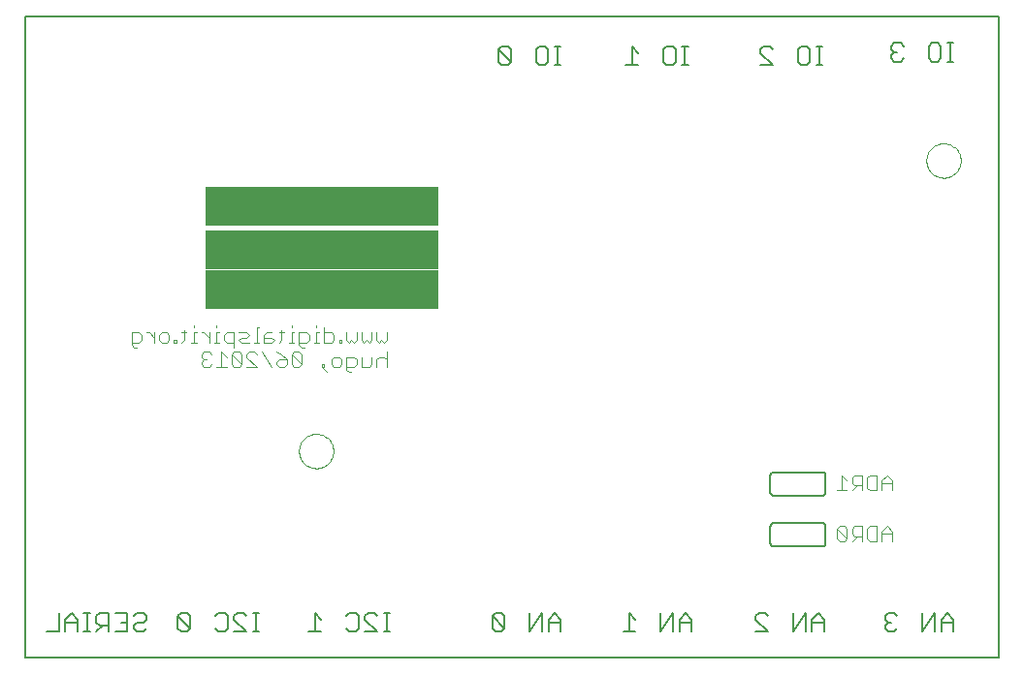
<source format=gbo>
G75*
G70*
%OFA0B0*%
%FSLAX24Y24*%
%IPPOS*%
%LPD*%
%AMOC8*
5,1,8,0,0,1.08239X$1,22.5*
%
%ADD10C,0.0060*%
%ADD11C,0.0040*%
%ADD12R,0.8000X0.1375*%
%ADD13C,0.0050*%
%ADD14C,0.0000*%
D10*
X000887Y001276D02*
X001314Y001276D01*
X001314Y001917D01*
X001532Y001703D02*
X001532Y001276D01*
X001532Y001597D02*
X001959Y001597D01*
X001959Y001703D02*
X001959Y001276D01*
X002175Y001276D02*
X002388Y001276D01*
X002282Y001276D02*
X002282Y001917D01*
X002388Y001917D02*
X002175Y001917D01*
X001959Y001703D02*
X001745Y001917D01*
X001532Y001703D01*
X002606Y001597D02*
X002713Y001490D01*
X003033Y001490D01*
X003033Y001276D02*
X003033Y001917D01*
X002713Y001917D01*
X002606Y001810D01*
X002606Y001597D01*
X002819Y001490D02*
X002606Y001276D01*
X003250Y001276D02*
X003677Y001276D01*
X003677Y001917D01*
X003250Y001917D01*
X003464Y001597D02*
X003677Y001597D01*
X003895Y001490D02*
X003895Y001383D01*
X004002Y001276D01*
X004215Y001276D01*
X004322Y001383D01*
X004215Y001597D02*
X004002Y001597D01*
X003895Y001490D01*
X003895Y001810D02*
X004002Y001917D01*
X004215Y001917D01*
X004322Y001810D01*
X004322Y001703D01*
X004215Y001597D01*
X005407Y001810D02*
X005407Y001383D01*
X005513Y001276D01*
X005727Y001276D01*
X005834Y001383D01*
X005407Y001810D01*
X005513Y001917D01*
X005727Y001917D01*
X005834Y001810D01*
X005834Y001383D01*
X006696Y001383D02*
X006802Y001276D01*
X007016Y001276D01*
X007123Y001383D01*
X007123Y001810D01*
X007016Y001917D01*
X006802Y001917D01*
X006696Y001810D01*
X007340Y001810D02*
X007447Y001917D01*
X007661Y001917D01*
X007767Y001810D01*
X007983Y001917D02*
X008197Y001917D01*
X008090Y001917D02*
X008090Y001276D01*
X008197Y001276D02*
X007983Y001276D01*
X007767Y001276D02*
X007340Y001703D01*
X007340Y001810D01*
X007340Y001276D02*
X007767Y001276D01*
X009907Y001276D02*
X010334Y001276D01*
X010120Y001276D02*
X010120Y001917D01*
X010334Y001703D01*
X011196Y001810D02*
X011302Y001917D01*
X011516Y001917D01*
X011623Y001810D01*
X011623Y001383D01*
X011516Y001276D01*
X011302Y001276D01*
X011196Y001383D01*
X011840Y001276D02*
X012267Y001276D01*
X011840Y001703D01*
X011840Y001810D01*
X011947Y001917D01*
X012161Y001917D01*
X012267Y001810D01*
X012483Y001917D02*
X012697Y001917D01*
X012590Y001917D02*
X012590Y001276D01*
X012697Y001276D02*
X012483Y001276D01*
X016211Y001383D02*
X016318Y001276D01*
X016532Y001276D01*
X016638Y001383D01*
X016211Y001810D01*
X016211Y001383D01*
X016211Y001810D02*
X016318Y001917D01*
X016532Y001917D01*
X016638Y001810D01*
X016638Y001383D01*
X017500Y001276D02*
X017500Y001917D01*
X017927Y001917D02*
X017500Y001276D01*
X017927Y001276D02*
X017927Y001917D01*
X018145Y001703D02*
X018145Y001276D01*
X018145Y001597D02*
X018572Y001597D01*
X018572Y001703D02*
X018572Y001276D01*
X018572Y001703D02*
X018358Y001917D01*
X018145Y001703D01*
X020711Y001276D02*
X021138Y001276D01*
X020925Y001276D02*
X020925Y001917D01*
X021138Y001703D01*
X022000Y001917D02*
X022000Y001276D01*
X022427Y001917D01*
X022427Y001276D01*
X022645Y001276D02*
X022645Y001703D01*
X022858Y001917D01*
X023072Y001703D01*
X023072Y001276D01*
X023072Y001597D02*
X022645Y001597D01*
X025274Y001703D02*
X025274Y001810D01*
X025381Y001917D01*
X025594Y001917D01*
X025701Y001810D01*
X025274Y001703D02*
X025701Y001276D01*
X025274Y001276D01*
X026563Y001276D02*
X026563Y001917D01*
X026990Y001917D02*
X026563Y001276D01*
X026990Y001276D02*
X026990Y001917D01*
X027207Y001703D02*
X027207Y001276D01*
X027207Y001597D02*
X027634Y001597D01*
X027634Y001703D02*
X027634Y001276D01*
X027634Y001703D02*
X027421Y001917D01*
X027207Y001703D01*
X029711Y001703D02*
X029818Y001597D01*
X029711Y001490D01*
X029711Y001383D01*
X029818Y001276D01*
X030032Y001276D01*
X030138Y001383D01*
X029925Y001597D02*
X029818Y001597D01*
X029711Y001703D02*
X029711Y001810D01*
X029818Y001917D01*
X030032Y001917D01*
X030138Y001810D01*
X031000Y001917D02*
X031000Y001276D01*
X031427Y001917D01*
X031427Y001276D01*
X031645Y001276D02*
X031645Y001703D01*
X031858Y001917D01*
X032072Y001703D01*
X032072Y001276D01*
X032072Y001597D02*
X031645Y001597D01*
X027677Y004321D02*
X027677Y004921D01*
X027675Y004938D01*
X027671Y004955D01*
X027664Y004971D01*
X027654Y004985D01*
X027641Y004998D01*
X027627Y005008D01*
X027611Y005015D01*
X027594Y005019D01*
X027577Y005021D01*
X025877Y005021D01*
X025860Y005019D01*
X025843Y005015D01*
X025827Y005008D01*
X025813Y004998D01*
X025800Y004985D01*
X025790Y004971D01*
X025783Y004955D01*
X025779Y004938D01*
X025777Y004921D01*
X025777Y004321D01*
X025779Y004304D01*
X025783Y004287D01*
X025790Y004271D01*
X025800Y004257D01*
X025813Y004244D01*
X025827Y004234D01*
X025843Y004227D01*
X025860Y004223D01*
X025877Y004221D01*
X027577Y004221D01*
X027594Y004223D01*
X027611Y004227D01*
X027627Y004234D01*
X027641Y004244D01*
X027654Y004257D01*
X027664Y004271D01*
X027671Y004287D01*
X027675Y004304D01*
X027677Y004321D01*
X027577Y005971D02*
X025877Y005971D01*
X025860Y005973D01*
X025843Y005977D01*
X025827Y005984D01*
X025813Y005994D01*
X025800Y006007D01*
X025790Y006021D01*
X025783Y006037D01*
X025779Y006054D01*
X025777Y006071D01*
X025777Y006671D01*
X025779Y006688D01*
X025783Y006705D01*
X025790Y006721D01*
X025800Y006735D01*
X025813Y006748D01*
X025827Y006758D01*
X025843Y006765D01*
X025860Y006769D01*
X025877Y006771D01*
X027577Y006771D01*
X027594Y006769D01*
X027611Y006765D01*
X027627Y006758D01*
X027641Y006748D01*
X027654Y006735D01*
X027664Y006721D01*
X027671Y006705D01*
X027675Y006688D01*
X027677Y006671D01*
X027677Y006071D01*
X027675Y006054D01*
X027671Y006037D01*
X027664Y006021D01*
X027654Y006007D01*
X027641Y005994D01*
X027627Y005984D01*
X027611Y005977D01*
X027594Y005973D01*
X027577Y005971D01*
X027572Y020776D02*
X027358Y020776D01*
X027465Y020776D02*
X027465Y021417D01*
X027572Y021417D02*
X027358Y021417D01*
X027142Y021310D02*
X027142Y020883D01*
X027036Y020776D01*
X026822Y020776D01*
X026715Y020883D01*
X026715Y021310D01*
X026822Y021417D01*
X027036Y021417D01*
X027142Y021310D01*
X025853Y021310D02*
X025746Y021417D01*
X025533Y021417D01*
X025426Y021310D01*
X025426Y021203D01*
X025853Y020776D01*
X025426Y020776D01*
X022947Y020776D02*
X022733Y020776D01*
X022840Y020776D02*
X022840Y021417D01*
X022947Y021417D02*
X022733Y021417D01*
X022517Y021310D02*
X022517Y020883D01*
X022411Y020776D01*
X022197Y020776D01*
X022090Y020883D01*
X022090Y021310D01*
X022197Y021417D01*
X022411Y021417D01*
X022517Y021310D01*
X021228Y021203D02*
X021015Y021417D01*
X021015Y020776D01*
X021228Y020776D02*
X020801Y020776D01*
X018572Y020776D02*
X018358Y020776D01*
X018465Y020776D02*
X018465Y021417D01*
X018572Y021417D02*
X018358Y021417D01*
X018142Y021310D02*
X018142Y020883D01*
X018036Y020776D01*
X017822Y020776D01*
X017715Y020883D01*
X017715Y021310D01*
X017822Y021417D01*
X018036Y021417D01*
X018142Y021310D01*
X016853Y021310D02*
X016853Y020883D01*
X016426Y021310D01*
X016426Y020883D01*
X016533Y020776D01*
X016746Y020776D01*
X016853Y020883D01*
X016853Y021310D02*
X016746Y021417D01*
X016533Y021417D01*
X016426Y021310D01*
X029926Y021328D02*
X030033Y021222D01*
X029926Y021115D01*
X029926Y021008D01*
X030033Y020901D01*
X030246Y020901D01*
X030353Y021008D01*
X030140Y021222D02*
X030033Y021222D01*
X029926Y021328D02*
X029926Y021435D01*
X030033Y021542D01*
X030246Y021542D01*
X030353Y021435D01*
X031215Y021435D02*
X031215Y021008D01*
X031322Y020901D01*
X031536Y020901D01*
X031642Y021008D01*
X031642Y021435D01*
X031536Y021542D01*
X031322Y021542D01*
X031215Y021435D01*
X031858Y021542D02*
X032072Y021542D01*
X031965Y021542D02*
X031965Y020901D01*
X032072Y020901D02*
X031858Y020901D01*
D11*
X012582Y011578D02*
X012582Y011318D01*
X012495Y011231D01*
X012408Y011318D01*
X012322Y011231D01*
X012235Y011318D01*
X012235Y011578D01*
X012066Y011578D02*
X012066Y011318D01*
X011980Y011231D01*
X011893Y011318D01*
X011806Y011231D01*
X011719Y011318D01*
X011719Y011578D01*
X011551Y011578D02*
X011551Y011318D01*
X011464Y011231D01*
X011377Y011318D01*
X011290Y011231D01*
X011204Y011318D01*
X011204Y011578D01*
X011035Y011318D02*
X010948Y011318D01*
X010948Y011231D01*
X011035Y011231D01*
X011035Y011318D01*
X010777Y011318D02*
X010777Y011492D01*
X010690Y011578D01*
X010430Y011578D01*
X010262Y011578D02*
X010175Y011578D01*
X010175Y011231D01*
X010262Y011231D02*
X010088Y011231D01*
X009918Y011318D02*
X009831Y011231D01*
X009571Y011231D01*
X009571Y011145D02*
X009571Y011578D01*
X009831Y011578D01*
X009918Y011492D01*
X009918Y011318D01*
X009744Y011058D02*
X009658Y011058D01*
X009571Y011145D01*
X009402Y011231D02*
X009229Y011231D01*
X009315Y011231D02*
X009315Y011578D01*
X009402Y011578D01*
X009315Y011752D02*
X009315Y011839D01*
X009058Y011578D02*
X008885Y011578D01*
X008972Y011665D02*
X008972Y011318D01*
X008885Y011231D01*
X008715Y011318D02*
X008628Y011405D01*
X008368Y011405D01*
X008368Y011492D02*
X008368Y011231D01*
X008628Y011231D01*
X008715Y011318D01*
X008628Y011578D02*
X008454Y011578D01*
X008368Y011492D01*
X008199Y011752D02*
X008112Y011752D01*
X008112Y011231D01*
X008026Y011231D02*
X008199Y011231D01*
X007855Y011231D02*
X007595Y011231D01*
X007508Y011318D01*
X007595Y011405D01*
X007769Y011405D01*
X007855Y011492D01*
X007769Y011578D01*
X007508Y011578D01*
X007340Y011578D02*
X007079Y011578D01*
X006993Y011492D01*
X006993Y011318D01*
X007079Y011231D01*
X007340Y011231D01*
X007340Y011058D02*
X007340Y011578D01*
X006824Y011578D02*
X006737Y011578D01*
X006737Y011231D01*
X006651Y011231D02*
X006824Y011231D01*
X006480Y011231D02*
X006480Y011578D01*
X006480Y011405D02*
X006307Y011578D01*
X006220Y011578D01*
X006051Y011578D02*
X005964Y011578D01*
X005964Y011231D01*
X006051Y011231D02*
X005877Y011231D01*
X005620Y011318D02*
X005533Y011231D01*
X005620Y011318D02*
X005620Y011665D01*
X005707Y011578D02*
X005533Y011578D01*
X005363Y011318D02*
X005276Y011318D01*
X005276Y011231D01*
X005363Y011231D01*
X005363Y011318D01*
X005105Y011318D02*
X005018Y011231D01*
X004845Y011231D01*
X004758Y011318D01*
X004758Y011492D01*
X004845Y011578D01*
X005018Y011578D01*
X005105Y011492D01*
X005105Y011318D01*
X004590Y011231D02*
X004590Y011578D01*
X004590Y011405D02*
X004416Y011578D01*
X004329Y011578D01*
X004160Y011492D02*
X004160Y011318D01*
X004073Y011231D01*
X003813Y011231D01*
X003813Y011145D02*
X003813Y011578D01*
X004073Y011578D01*
X004160Y011492D01*
X003986Y011058D02*
X003900Y011058D01*
X003813Y011145D01*
X005964Y011752D02*
X005964Y011839D01*
X006737Y011839D02*
X006737Y011752D01*
X006908Y010912D02*
X006908Y010391D01*
X006735Y010391D02*
X007082Y010391D01*
X007250Y010478D02*
X007337Y010391D01*
X007511Y010391D01*
X007597Y010478D01*
X007250Y010825D01*
X007250Y010478D01*
X007082Y010738D02*
X006908Y010912D01*
X006566Y010825D02*
X006479Y010912D01*
X006306Y010912D01*
X006219Y010825D01*
X006219Y010738D01*
X006306Y010652D01*
X006219Y010565D01*
X006219Y010478D01*
X006306Y010391D01*
X006479Y010391D01*
X006566Y010478D01*
X006393Y010652D02*
X006306Y010652D01*
X007250Y010825D02*
X007337Y010912D01*
X007511Y010912D01*
X007597Y010825D01*
X007597Y010478D01*
X007766Y010391D02*
X008113Y010391D01*
X007766Y010738D01*
X007766Y010825D01*
X007853Y010912D01*
X008026Y010912D01*
X008113Y010825D01*
X008282Y010912D02*
X008629Y010391D01*
X008797Y010478D02*
X008797Y010565D01*
X008884Y010652D01*
X009144Y010652D01*
X009144Y010478D01*
X009058Y010391D01*
X008884Y010391D01*
X008797Y010478D01*
X008971Y010825D02*
X009144Y010652D01*
X009313Y010825D02*
X009313Y010478D01*
X009400Y010391D01*
X009573Y010391D01*
X009660Y010478D01*
X009313Y010825D01*
X009400Y010912D01*
X009573Y010912D01*
X009660Y010825D01*
X009660Y010478D01*
X010346Y010478D02*
X010433Y010478D01*
X010433Y010391D01*
X010346Y010391D01*
X010346Y010478D01*
X010346Y010391D02*
X010519Y010218D01*
X010775Y010391D02*
X010688Y010478D01*
X010688Y010652D01*
X010775Y010738D01*
X010948Y010738D01*
X011035Y010652D01*
X011035Y010478D01*
X010948Y010391D01*
X010775Y010391D01*
X011204Y010391D02*
X011464Y010391D01*
X011551Y010478D01*
X011551Y010652D01*
X011464Y010738D01*
X011204Y010738D01*
X011204Y010305D01*
X011290Y010218D01*
X011377Y010218D01*
X011719Y010391D02*
X011719Y010738D01*
X011719Y010391D02*
X011980Y010391D01*
X012066Y010478D01*
X012066Y010738D01*
X012235Y010652D02*
X012235Y010391D01*
X012235Y010652D02*
X012322Y010738D01*
X012495Y010738D01*
X012582Y010652D01*
X012582Y010912D02*
X012582Y010391D01*
X010777Y011318D02*
X010690Y011231D01*
X010430Y011231D01*
X010430Y011752D01*
X010175Y011752D02*
X010175Y011839D01*
X008971Y010825D02*
X008797Y010912D01*
X028063Y006141D02*
X028410Y006141D01*
X028579Y006141D02*
X028752Y006315D01*
X028665Y006315D02*
X028926Y006315D01*
X028926Y006141D02*
X028926Y006662D01*
X028665Y006662D01*
X028579Y006575D01*
X028579Y006402D01*
X028665Y006315D01*
X028410Y006488D02*
X028237Y006662D01*
X028237Y006141D01*
X029094Y006228D02*
X029181Y006141D01*
X029441Y006141D01*
X029441Y006662D01*
X029181Y006662D01*
X029094Y006575D01*
X029094Y006228D01*
X029610Y006141D02*
X029610Y006488D01*
X029783Y006662D01*
X029957Y006488D01*
X029957Y006141D01*
X029957Y006402D02*
X029610Y006402D01*
X029441Y004912D02*
X029181Y004912D01*
X029094Y004825D01*
X029094Y004478D01*
X029181Y004391D01*
X029441Y004391D01*
X029441Y004912D01*
X029610Y004738D02*
X029610Y004391D01*
X029610Y004652D02*
X029957Y004652D01*
X029957Y004738D02*
X029783Y004912D01*
X029610Y004738D01*
X029957Y004738D02*
X029957Y004391D01*
X028926Y004391D02*
X028926Y004912D01*
X028665Y004912D01*
X028579Y004825D01*
X028579Y004652D01*
X028665Y004565D01*
X028926Y004565D01*
X028752Y004565D02*
X028579Y004391D01*
X028410Y004478D02*
X028063Y004825D01*
X028063Y004478D01*
X028150Y004391D01*
X028323Y004391D01*
X028410Y004478D01*
X028410Y004825D01*
X028323Y004912D01*
X028150Y004912D01*
X028063Y004825D01*
D12*
X010352Y013059D03*
X010352Y014434D03*
X010352Y015934D03*
D13*
X000157Y022448D02*
X000157Y000401D01*
X033622Y000401D01*
X033622Y022448D01*
X000157Y022448D01*
D14*
X009573Y007496D02*
X009575Y007544D01*
X009581Y007592D01*
X009591Y007639D01*
X009604Y007685D01*
X009622Y007730D01*
X009642Y007774D01*
X009667Y007816D01*
X009695Y007855D01*
X009725Y007892D01*
X009759Y007926D01*
X009796Y007958D01*
X009834Y007987D01*
X009875Y008012D01*
X009918Y008034D01*
X009963Y008052D01*
X010009Y008066D01*
X010056Y008077D01*
X010104Y008084D01*
X010152Y008087D01*
X010200Y008086D01*
X010248Y008081D01*
X010296Y008072D01*
X010342Y008060D01*
X010387Y008043D01*
X010431Y008023D01*
X010473Y008000D01*
X010513Y007973D01*
X010551Y007943D01*
X010586Y007910D01*
X010618Y007874D01*
X010648Y007836D01*
X010674Y007795D01*
X010696Y007752D01*
X010716Y007708D01*
X010731Y007663D01*
X010743Y007616D01*
X010751Y007568D01*
X010755Y007520D01*
X010755Y007472D01*
X010751Y007424D01*
X010743Y007376D01*
X010731Y007329D01*
X010716Y007284D01*
X010696Y007240D01*
X010674Y007197D01*
X010648Y007156D01*
X010618Y007118D01*
X010586Y007082D01*
X010551Y007049D01*
X010513Y007019D01*
X010473Y006992D01*
X010431Y006969D01*
X010387Y006949D01*
X010342Y006932D01*
X010296Y006920D01*
X010248Y006911D01*
X010200Y006906D01*
X010152Y006905D01*
X010104Y006908D01*
X010056Y006915D01*
X010009Y006926D01*
X009963Y006940D01*
X009918Y006958D01*
X009875Y006980D01*
X009834Y007005D01*
X009796Y007034D01*
X009759Y007066D01*
X009725Y007100D01*
X009695Y007137D01*
X009667Y007176D01*
X009642Y007218D01*
X009622Y007262D01*
X009604Y007307D01*
X009591Y007353D01*
X009581Y007400D01*
X009575Y007448D01*
X009573Y007496D01*
X031136Y017496D02*
X031138Y017544D01*
X031144Y017592D01*
X031154Y017639D01*
X031167Y017685D01*
X031185Y017730D01*
X031205Y017774D01*
X031230Y017816D01*
X031258Y017855D01*
X031288Y017892D01*
X031322Y017926D01*
X031359Y017958D01*
X031397Y017987D01*
X031438Y018012D01*
X031481Y018034D01*
X031526Y018052D01*
X031572Y018066D01*
X031619Y018077D01*
X031667Y018084D01*
X031715Y018087D01*
X031763Y018086D01*
X031811Y018081D01*
X031859Y018072D01*
X031905Y018060D01*
X031950Y018043D01*
X031994Y018023D01*
X032036Y018000D01*
X032076Y017973D01*
X032114Y017943D01*
X032149Y017910D01*
X032181Y017874D01*
X032211Y017836D01*
X032237Y017795D01*
X032259Y017752D01*
X032279Y017708D01*
X032294Y017663D01*
X032306Y017616D01*
X032314Y017568D01*
X032318Y017520D01*
X032318Y017472D01*
X032314Y017424D01*
X032306Y017376D01*
X032294Y017329D01*
X032279Y017284D01*
X032259Y017240D01*
X032237Y017197D01*
X032211Y017156D01*
X032181Y017118D01*
X032149Y017082D01*
X032114Y017049D01*
X032076Y017019D01*
X032036Y016992D01*
X031994Y016969D01*
X031950Y016949D01*
X031905Y016932D01*
X031859Y016920D01*
X031811Y016911D01*
X031763Y016906D01*
X031715Y016905D01*
X031667Y016908D01*
X031619Y016915D01*
X031572Y016926D01*
X031526Y016940D01*
X031481Y016958D01*
X031438Y016980D01*
X031397Y017005D01*
X031359Y017034D01*
X031322Y017066D01*
X031288Y017100D01*
X031258Y017137D01*
X031230Y017176D01*
X031205Y017218D01*
X031185Y017262D01*
X031167Y017307D01*
X031154Y017353D01*
X031144Y017400D01*
X031138Y017448D01*
X031136Y017496D01*
M02*

</source>
